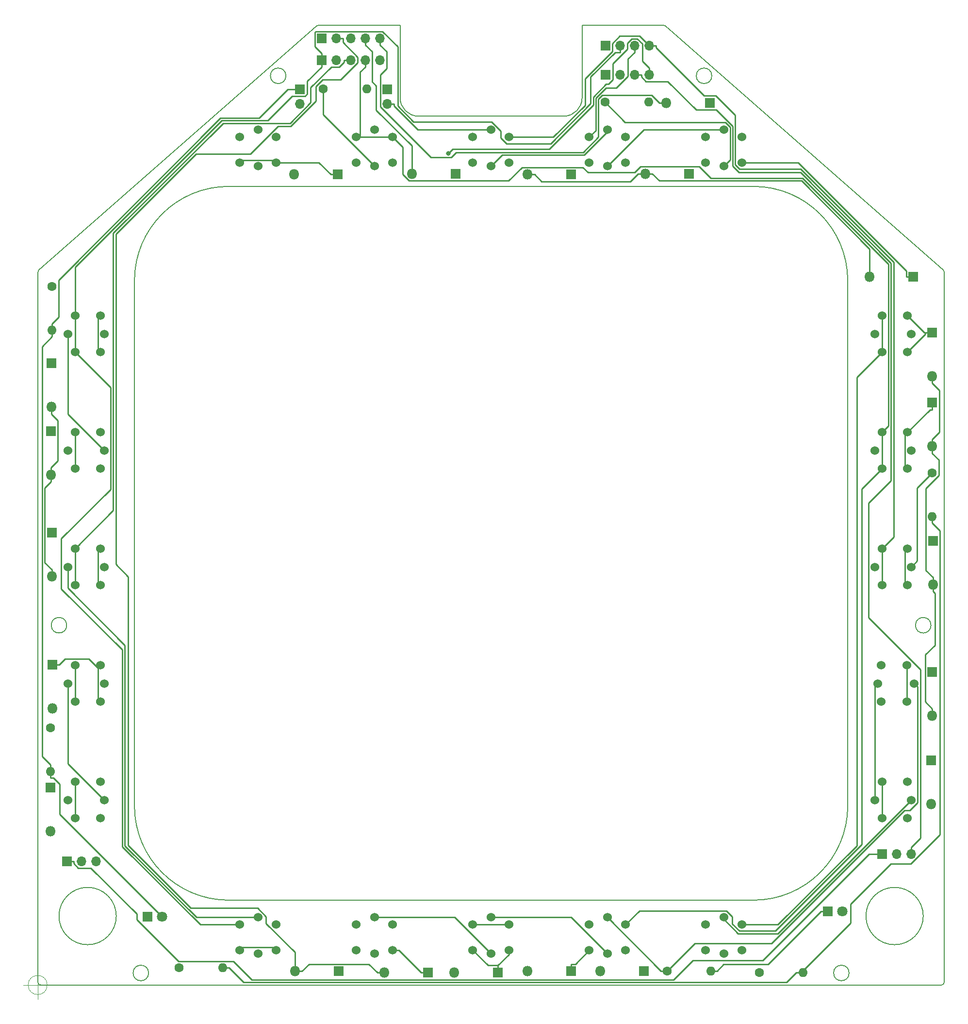
<source format=gbr>
G04 #@! TF.GenerationSoftware,KiCad,Pcbnew,(5.1.5-0-10_14)*
G04 #@! TF.CreationDate,2020-05-20T14:42:11+10:00*
G04 #@! TF.ProjectId,Buttons_DDI,42757474-6f6e-4735-9f44-44492e6b6963,rev?*
G04 #@! TF.SameCoordinates,Original*
G04 #@! TF.FileFunction,Copper,L1,Top*
G04 #@! TF.FilePolarity,Positive*
%FSLAX46Y46*%
G04 Gerber Fmt 4.6, Leading zero omitted, Abs format (unit mm)*
G04 Created by KiCad (PCBNEW (5.1.5-0-10_14)) date 2020-05-20 14:42:11*
%MOMM*%
%LPD*%
G04 APERTURE LIST*
%ADD10C,0.200000*%
%ADD11C,0.100000*%
%ADD12O,1.800000X1.800000*%
%ADD13R,1.800000X1.800000*%
%ADD14O,1.600000X1.600000*%
%ADD15C,1.600000*%
%ADD16C,1.800000*%
%ADD17O,1.700000X1.700000*%
%ADD18R,1.700000X1.700000*%
%ADD19C,1.524000*%
%ADD20C,0.800000*%
%ADD21C,0.250000*%
G04 APERTURE END LIST*
D10*
X30987380Y-164503100D02*
G75*
G03X30987380Y-164503100I-5000000J0D01*
G01*
X60587233Y-17986375D02*
G75*
G03X60587233Y-17986375I-1352550J0D01*
G01*
X83693000Y-25019000D02*
X109093000Y-25019000D01*
X112268000Y-21844000D02*
G75*
G02X109093000Y-25019000I-3175000J0D01*
G01*
X173148629Y-113792000D02*
G75*
G03X173148629Y-113792000I-1352550J0D01*
G01*
X50604140Y-161734500D02*
G75*
G02X34163000Y-145293360I0J16441140D01*
G01*
X158864300Y-174434500D02*
G75*
G03X158864300Y-174434500I-1352550J0D01*
G01*
X36626800Y-174434500D02*
G75*
G03X36626800Y-174434500I-1352550J0D01*
G01*
X158623000Y-145293360D02*
X158623000Y-53715640D01*
X142181860Y-37274500D02*
G75*
G02X158623000Y-53715640I0J-16441140D01*
G01*
X142181860Y-37274500D02*
X50604140Y-37274500D01*
X50604140Y-161734500D02*
X142181860Y-161734500D01*
X171798621Y-164503100D02*
G75*
G03X171798621Y-164503100I-5000000J0D01*
G01*
X126464426Y-9144000D02*
X112268000Y-9144000D01*
X126464426Y-9144000D02*
G75*
G02X126799582Y-9270248I0J-508000D01*
G01*
X17303750Y-52240798D02*
X17303750Y-176022000D01*
X17811750Y-176530000D02*
X174974250Y-176530000D01*
X175309406Y-51859046D02*
X126799582Y-9270248D01*
X175309406Y-51859046D02*
G75*
G02X175482250Y-52240798I-335156J-381752D01*
G01*
X158623000Y-145293360D02*
G75*
G02X142181860Y-161734500I-16441140J0D01*
G01*
X34163000Y-53715640D02*
X34163000Y-145293360D01*
X65986418Y-9270248D02*
G75*
G02X66321574Y-9144000I335156J-381752D01*
G01*
X134903867Y-17986375D02*
G75*
G03X134903867Y-17986375I-1352550J0D01*
G01*
X22342471Y-113792000D02*
G75*
G03X22342471Y-113792000I-1352550J0D01*
G01*
X175482250Y-176022000D02*
X175482250Y-52240798D01*
X175482250Y-176022000D02*
G75*
G02X174974250Y-176530000I-508000J0D01*
G01*
X17303750Y-52240798D02*
G75*
G02X17476594Y-51859046I508000J0D01*
G01*
X80518000Y-9144000D02*
X66321574Y-9144000D01*
X112268000Y-21844000D02*
X112268000Y-9144000D01*
X34163000Y-53715640D02*
G75*
G02X50604140Y-37274500I16441140J0D01*
G01*
X17811750Y-176530000D02*
G75*
G02X17303750Y-176022000I0J508000D01*
G01*
X65986418Y-9270248D02*
X17476594Y-51859046D01*
X80518000Y-9144000D02*
X80518000Y-21844000D01*
X83693000Y-25019000D02*
G75*
G02X80518000Y-21844000I0J3175000D01*
G01*
D11*
X18938666Y-176530000D02*
G75*
G03X18938666Y-176530000I-1666666J0D01*
G01*
X14772000Y-176530000D02*
X19772000Y-176530000D01*
X17272000Y-174030000D02*
X17272000Y-179030000D01*
D12*
X19562000Y-87570000D03*
D13*
X19562000Y-79950000D03*
D14*
X134722000Y-174080000D03*
D15*
X127102000Y-174080000D03*
D14*
X74672000Y-20230000D03*
D15*
X67052000Y-20230000D03*
D14*
X123862000Y-22540000D03*
D15*
X116242000Y-22540000D03*
D14*
X173382000Y-94820000D03*
D15*
X173382000Y-87200000D03*
D14*
X49572000Y-173550000D03*
D15*
X41952000Y-173550000D03*
D14*
X150792000Y-174320000D03*
D15*
X143172000Y-174320000D03*
D14*
X19482000Y-139280000D03*
D15*
X19482000Y-131660000D03*
D14*
X19782000Y-62330000D03*
D15*
X19782000Y-54710000D03*
D16*
X157722000Y-163690000D03*
D13*
X155182000Y-163690000D03*
D16*
X38962000Y-164630000D03*
D13*
X36422000Y-164630000D03*
D17*
X78232000Y-22860000D03*
D18*
X78232000Y-20320000D03*
D17*
X123952000Y-12700000D03*
X121412000Y-12700000D03*
X118872000Y-12700000D03*
D18*
X116332000Y-12700000D03*
D17*
X76962000Y-11430000D03*
X74422000Y-11430000D03*
X71882000Y-11430000D03*
X69342000Y-11430000D03*
D18*
X66802000Y-11430000D03*
D12*
X126962000Y-22680000D03*
D13*
X134582000Y-22680000D03*
D17*
X62992000Y-22860000D03*
D18*
X62992000Y-20320000D03*
D17*
X76962000Y-15240000D03*
X74422000Y-15240000D03*
X71882000Y-15240000D03*
X69342000Y-15240000D03*
D18*
X66802000Y-15240000D03*
D17*
X123952000Y-17780000D03*
X121412000Y-17780000D03*
X118872000Y-17780000D03*
D18*
X116332000Y-17780000D03*
D17*
X27432000Y-154940000D03*
X24892000Y-154940000D03*
D18*
X22352000Y-154940000D03*
D17*
X169672000Y-153670000D03*
X167132000Y-153670000D03*
D18*
X164592000Y-153670000D03*
D12*
X62012000Y-35180000D03*
D13*
X69632000Y-35180000D03*
D12*
X82542000Y-35040000D03*
D13*
X90162000Y-35040000D03*
D12*
X102772000Y-35180000D03*
D13*
X110392000Y-35180000D03*
D12*
X123292000Y-35040000D03*
D13*
X130912000Y-35040000D03*
D12*
X162442000Y-52990000D03*
D13*
X170062000Y-52990000D03*
D12*
X173382000Y-70360000D03*
D13*
X173382000Y-62740000D03*
D12*
X173382000Y-82590000D03*
D13*
X173382000Y-74970000D03*
D12*
X173482000Y-106680000D03*
D13*
X173482000Y-99060000D03*
D12*
X173382000Y-129590000D03*
D13*
X173382000Y-121970000D03*
D12*
X173142000Y-144940000D03*
D13*
X173142000Y-137320000D03*
D12*
X62172000Y-174110000D03*
D13*
X69792000Y-174110000D03*
D12*
X115402000Y-174080000D03*
D13*
X123022000Y-174080000D03*
D12*
X102692000Y-174110000D03*
D13*
X110312000Y-174110000D03*
D12*
X89982000Y-174350000D03*
D13*
X97602000Y-174350000D03*
D12*
X77762000Y-174350000D03*
D13*
X85382000Y-174350000D03*
D12*
X19672000Y-75740000D03*
D13*
X19672000Y-68120000D03*
D12*
X19482000Y-149750000D03*
D13*
X19482000Y-142130000D03*
D12*
X19812000Y-128270000D03*
D13*
X19812000Y-120650000D03*
D12*
X19752000Y-105310000D03*
D13*
X19752000Y-97690000D03*
D19*
X76042000Y-27411000D03*
X76042000Y-33761000D03*
X72867000Y-28681000D03*
X79217000Y-28681000D03*
X72867000Y-33126000D03*
X79217000Y-33126000D03*
X96362000Y-27411000D03*
X96362000Y-33761000D03*
X93187000Y-28681000D03*
X99537000Y-28681000D03*
X93187000Y-33126000D03*
X99537000Y-33126000D03*
X116682000Y-27411000D03*
X116682000Y-33761000D03*
X113507000Y-28681000D03*
X119857000Y-28681000D03*
X113507000Y-33126000D03*
X119857000Y-33126000D03*
X137002000Y-27411000D03*
X137002000Y-33761000D03*
X133827000Y-28681000D03*
X140177000Y-28681000D03*
X133827000Y-33126000D03*
X140177000Y-33126000D03*
X163333000Y-62990000D03*
X169683000Y-62990000D03*
X164603000Y-66165000D03*
X164603000Y-59815000D03*
X169048000Y-66165000D03*
X169048000Y-59815000D03*
X163333000Y-83310000D03*
X169683000Y-83310000D03*
X164603000Y-86485000D03*
X164603000Y-80135000D03*
X169048000Y-86485000D03*
X169048000Y-80135000D03*
X163333000Y-103630000D03*
X169683000Y-103630000D03*
X164603000Y-106805000D03*
X164603000Y-100455000D03*
X169048000Y-106805000D03*
X169048000Y-100455000D03*
X170191000Y-123950000D03*
X163841000Y-123950000D03*
X168921000Y-120775000D03*
X168921000Y-127125000D03*
X164476000Y-120775000D03*
X164476000Y-127125000D03*
X163333000Y-144270000D03*
X169683000Y-144270000D03*
X164603000Y-147445000D03*
X164603000Y-141095000D03*
X169048000Y-147445000D03*
X169048000Y-141095000D03*
X137002000Y-164741000D03*
X137002000Y-171091000D03*
X133827000Y-166011000D03*
X140177000Y-166011000D03*
X133827000Y-170456000D03*
X140177000Y-170456000D03*
X116682000Y-164741000D03*
X116682000Y-171091000D03*
X113507000Y-166011000D03*
X119857000Y-166011000D03*
X113507000Y-170456000D03*
X119857000Y-170456000D03*
X96362000Y-164741000D03*
X96362000Y-171091000D03*
X93187000Y-166011000D03*
X99537000Y-166011000D03*
X93187000Y-170456000D03*
X99537000Y-170456000D03*
X76042000Y-164741000D03*
X76042000Y-171091000D03*
X72867000Y-166011000D03*
X79217000Y-166011000D03*
X72867000Y-170456000D03*
X79217000Y-170456000D03*
X55722000Y-164741000D03*
X55722000Y-171091000D03*
X52547000Y-166011000D03*
X58897000Y-166011000D03*
X52547000Y-170456000D03*
X58897000Y-170456000D03*
X22523000Y-144270000D03*
X28873000Y-144270000D03*
X23793000Y-147445000D03*
X23793000Y-141095000D03*
X28238000Y-147445000D03*
X28238000Y-141095000D03*
X22523000Y-123950000D03*
X28873000Y-123950000D03*
X23793000Y-127125000D03*
X23793000Y-120775000D03*
X28238000Y-127125000D03*
X28238000Y-120775000D03*
X22523000Y-103630000D03*
X28873000Y-103630000D03*
X23793000Y-106805000D03*
X23793000Y-100455000D03*
X28238000Y-106805000D03*
X28238000Y-100455000D03*
X22523000Y-83310000D03*
X28873000Y-83310000D03*
X23793000Y-86485000D03*
X23793000Y-80135000D03*
X28238000Y-86485000D03*
X28238000Y-80135000D03*
X22523000Y-62990000D03*
X28873000Y-62990000D03*
X23793000Y-66165000D03*
X23793000Y-59815000D03*
X28238000Y-66165000D03*
X28238000Y-59815000D03*
X55722000Y-27411000D03*
X55722000Y-33761000D03*
X52547000Y-28681000D03*
X58897000Y-28681000D03*
X52547000Y-33126000D03*
X58897000Y-33126000D03*
D20*
X88898100Y-31490300D03*
D21*
X79407300Y-22860000D02*
X79407300Y-23216900D01*
X79407300Y-23216900D02*
X83601400Y-27411000D01*
X83601400Y-27411000D02*
X96362000Y-27411000D01*
X22523000Y-103630000D02*
X22523000Y-107319900D01*
X22523000Y-107319900D02*
X32488300Y-117285200D01*
X32488300Y-117285200D02*
X32488300Y-152224400D01*
X32488300Y-152224400D02*
X45004900Y-164741000D01*
X45004900Y-164741000D02*
X55722000Y-164741000D01*
X127102000Y-174080000D02*
X131921600Y-169260400D01*
X131921600Y-169260400D02*
X145329500Y-169260400D01*
X145329500Y-169260400D02*
X168480000Y-146109900D01*
X168480000Y-146109900D02*
X169410600Y-146109900D01*
X169410600Y-146109900D02*
X170770400Y-144750100D01*
X170770400Y-144750100D02*
X170770400Y-124529400D01*
X170770400Y-124529400D02*
X170191000Y-123950000D01*
X116682000Y-164741000D02*
X126021000Y-174080000D01*
X126021000Y-174080000D02*
X127102000Y-174080000D01*
X78232000Y-22860000D02*
X79407300Y-22860000D01*
X28873000Y-83310000D02*
X22523000Y-76960000D01*
X22523000Y-76960000D02*
X22523000Y-62990000D01*
X22523000Y-123950000D02*
X22523000Y-137920000D01*
X22523000Y-137920000D02*
X28873000Y-144270000D01*
X76042000Y-164741000D02*
X90012000Y-164741000D01*
X90012000Y-164741000D02*
X96362000Y-171091000D01*
X96362000Y-164741000D02*
X110332000Y-164741000D01*
X110332000Y-164741000D02*
X116682000Y-171091000D01*
X163333000Y-144270000D02*
X163333000Y-124458000D01*
X163333000Y-124458000D02*
X163841000Y-123950000D01*
X116682000Y-33761000D02*
X123032000Y-27411000D01*
X123032000Y-27411000D02*
X137002000Y-27411000D01*
X96362000Y-33761000D02*
X98333700Y-31789300D01*
X98333700Y-31789300D02*
X112622100Y-31789300D01*
X112622100Y-31789300D02*
X116682000Y-27729400D01*
X116682000Y-27729400D02*
X116682000Y-27411000D01*
X169683000Y-103630000D02*
X170738000Y-102575000D01*
X170738000Y-102575000D02*
X170738000Y-89844000D01*
X170738000Y-89844000D02*
X173382000Y-87200000D01*
X137002000Y-33761000D02*
X138099600Y-32663400D01*
X138099600Y-32663400D02*
X138099600Y-26943300D01*
X138099600Y-26943300D02*
X137243600Y-26087300D01*
X137243600Y-26087300D02*
X119789300Y-26087300D01*
X119789300Y-26087300D02*
X116242000Y-22540000D01*
X76042000Y-33761000D02*
X67052000Y-24771000D01*
X67052000Y-24771000D02*
X67052000Y-20230000D01*
X28238000Y-100455000D02*
X27781300Y-100911700D01*
X27781300Y-100911700D02*
X27781300Y-106348300D01*
X27781300Y-106348300D02*
X28238000Y-106805000D01*
X27781300Y-121231700D02*
X27781300Y-126668300D01*
X27781300Y-126668300D02*
X28238000Y-127125000D01*
X28238000Y-120775000D02*
X27781300Y-121231700D01*
X27781300Y-121231700D02*
X26233500Y-119683900D01*
X26233500Y-119683900D02*
X22003400Y-119683900D01*
X22003400Y-119683900D02*
X21037300Y-120650000D01*
X19812000Y-120650000D02*
X21037300Y-120650000D01*
X28238000Y-59815000D02*
X27781300Y-60271700D01*
X27781300Y-60271700D02*
X27781300Y-65708300D01*
X27781300Y-65708300D02*
X28238000Y-66165000D01*
X85382000Y-174350000D02*
X84156700Y-174350000D01*
X79217000Y-170456000D02*
X80262700Y-170456000D01*
X80262700Y-170456000D02*
X84156700Y-174350000D01*
X93187000Y-170456000D02*
X95855700Y-173124700D01*
X95855700Y-173124700D02*
X97602000Y-173124700D01*
X97602000Y-174350000D02*
X97602000Y-173124700D01*
X99537000Y-170456000D02*
X99537000Y-171189700D01*
X99537000Y-171189700D02*
X97602000Y-173124700D01*
X110312000Y-174110000D02*
X110312000Y-172884700D01*
X113507000Y-170456000D02*
X111078300Y-172884700D01*
X111078300Y-172884700D02*
X110312000Y-172884700D01*
X58897000Y-170456000D02*
X58432400Y-169991400D01*
X58432400Y-169991400D02*
X53011600Y-169991400D01*
X53011600Y-169991400D02*
X52547000Y-170456000D01*
X169048000Y-100455000D02*
X168591300Y-100911700D01*
X168591300Y-100911700D02*
X168591300Y-106348300D01*
X168591300Y-106348300D02*
X169048000Y-106805000D01*
X173382000Y-74970000D02*
X173382000Y-76195300D01*
X169048000Y-80135000D02*
X172987700Y-76195300D01*
X172987700Y-76195300D02*
X173382000Y-76195300D01*
X169048000Y-86485000D02*
X168595600Y-86032600D01*
X168595600Y-86032600D02*
X168595600Y-80587400D01*
X168595600Y-80587400D02*
X169048000Y-80135000D01*
X169048000Y-59815000D02*
X171973000Y-62740000D01*
X171973000Y-62740000D02*
X172156700Y-62740000D01*
X173382000Y-62740000D02*
X172156700Y-62740000D01*
X172156700Y-62740000D02*
X172156700Y-63056300D01*
X172156700Y-63056300D02*
X169048000Y-66165000D01*
X168836700Y-52990000D02*
X168836700Y-52013100D01*
X168836700Y-52013100D02*
X149949600Y-33126000D01*
X149949600Y-33126000D02*
X140177000Y-33126000D01*
X170062000Y-52990000D02*
X168836700Y-52990000D01*
X58897000Y-33126000D02*
X66352700Y-33126000D01*
X66352700Y-33126000D02*
X68406700Y-35180000D01*
X52547000Y-33126000D02*
X52999400Y-32673600D01*
X52999400Y-32673600D02*
X58444600Y-32673600D01*
X58444600Y-32673600D02*
X58897000Y-33126000D01*
X69632000Y-35180000D02*
X68406700Y-35180000D01*
X169672000Y-152494700D02*
X171281700Y-150885000D01*
X171281700Y-150885000D02*
X171281700Y-121524500D01*
X171281700Y-121524500D02*
X162230700Y-112473500D01*
X162230700Y-112473500D02*
X162230700Y-92524200D01*
X162230700Y-92524200D02*
X166188500Y-88566400D01*
X166188500Y-88566400D02*
X166188500Y-50638700D01*
X166188500Y-50638700D02*
X150364700Y-34814900D01*
X150364700Y-34814900D02*
X139638300Y-34814900D01*
X139638300Y-34814900D02*
X138550000Y-33726600D01*
X138550000Y-33726600D02*
X138550000Y-26749400D01*
X138550000Y-26749400D02*
X135705900Y-23905300D01*
X135705900Y-23905300D02*
X132168600Y-23905300D01*
X132168600Y-23905300D02*
X127218600Y-18955300D01*
X127218600Y-18955300D02*
X123395200Y-18955300D01*
X123395200Y-18955300D02*
X122587300Y-18147400D01*
X122587300Y-18147400D02*
X122587300Y-17780000D01*
X121412000Y-17780000D02*
X122587300Y-17780000D01*
X169672000Y-153670000D02*
X169672000Y-152494700D01*
X164592000Y-153670000D02*
X162303900Y-153670000D01*
X162303900Y-153670000D02*
X143769200Y-172204700D01*
X143769200Y-172204700D02*
X131628700Y-172204700D01*
X131628700Y-172204700D02*
X128217200Y-175616200D01*
X128217200Y-175616200D02*
X54606300Y-175616200D01*
X54606300Y-175616200D02*
X51414700Y-172424600D01*
X51414700Y-172424600D02*
X41887000Y-172424600D01*
X41887000Y-172424600D02*
X34572700Y-165110300D01*
X34572700Y-165110300D02*
X34572700Y-164145200D01*
X34572700Y-164145200D02*
X26542800Y-156115300D01*
X26542800Y-156115300D02*
X24335200Y-156115300D01*
X24335200Y-156115300D02*
X23527300Y-155307400D01*
X23527300Y-155307400D02*
X23527300Y-154940000D01*
X22352000Y-154940000D02*
X23527300Y-154940000D01*
X88898100Y-31490300D02*
X89663000Y-30725400D01*
X89663000Y-30725400D02*
X106518900Y-30725400D01*
X106518900Y-30725400D02*
X114209600Y-23034700D01*
X114209600Y-23034700D02*
X114209600Y-21703900D01*
X114209600Y-21703900D02*
X116469900Y-19443600D01*
X116469900Y-19443600D02*
X116833900Y-19443600D01*
X116833900Y-19443600D02*
X117602000Y-18675500D01*
X117602000Y-18675500D02*
X117602000Y-15870200D01*
X117602000Y-15870200D02*
X120142000Y-13330200D01*
X120142000Y-13330200D02*
X120142000Y-12295500D01*
X120142000Y-12295500D02*
X120929300Y-11508200D01*
X120929300Y-11508200D02*
X121886600Y-11508200D01*
X121886600Y-11508200D02*
X122776700Y-12398300D01*
X122776700Y-12398300D02*
X122776700Y-15429400D01*
X122776700Y-15429400D02*
X123952000Y-16604700D01*
X123952000Y-17780000D02*
X123952000Y-16604700D01*
X137002000Y-164741000D02*
X137002000Y-165058100D01*
X137002000Y-165058100D02*
X139504200Y-167560300D01*
X139504200Y-167560300D02*
X146392700Y-167560300D01*
X146392700Y-167560300D02*
X169683000Y-144270000D01*
X19562000Y-87570000D02*
X19562000Y-86344700D01*
X19672000Y-75740000D02*
X19672000Y-76965300D01*
X19672000Y-76965300D02*
X20787300Y-78080600D01*
X20787300Y-78080600D02*
X20787300Y-85119400D01*
X20787300Y-85119400D02*
X19562000Y-86344700D01*
X19752000Y-104697300D02*
X19752000Y-105310000D01*
X19752000Y-104697300D02*
X19752000Y-104084700D01*
X19562000Y-87570000D02*
X19562000Y-88795300D01*
X19562000Y-88795300D02*
X18526700Y-89830600D01*
X18526700Y-89830600D02*
X18526700Y-102859400D01*
X18526700Y-102859400D02*
X19752000Y-104084700D01*
X74422000Y-11430000D02*
X74422000Y-12605300D01*
X74422000Y-12605300D02*
X75597300Y-13780600D01*
X75597300Y-13780600D02*
X75597300Y-19019800D01*
X75597300Y-19019800D02*
X76335700Y-19758200D01*
X76335700Y-19758200D02*
X76335700Y-23962200D01*
X76335700Y-23962200D02*
X82542000Y-30168500D01*
X82542000Y-30168500D02*
X82542000Y-35040000D01*
X124517300Y-35040000D02*
X125742600Y-36265300D01*
X125742600Y-36265300D02*
X150541300Y-36265300D01*
X150541300Y-36265300D02*
X162442000Y-48166000D01*
X162442000Y-48166000D02*
X162442000Y-52990000D01*
X123292000Y-35040000D02*
X122066700Y-35040000D01*
X102772000Y-35180000D02*
X103997300Y-35180000D01*
X103997300Y-35180000D02*
X105222700Y-36405400D01*
X105222700Y-36405400D02*
X120701300Y-36405400D01*
X120701300Y-36405400D02*
X122066700Y-35040000D01*
X123292000Y-35040000D02*
X124517300Y-35040000D01*
X173382000Y-82590000D02*
X173382000Y-83815300D01*
X173482000Y-106680000D02*
X173482000Y-105454700D01*
X173482000Y-105454700D02*
X172255000Y-104227700D01*
X172255000Y-104227700D02*
X172255000Y-89944000D01*
X172255000Y-89944000D02*
X174535000Y-87664000D01*
X174535000Y-87664000D02*
X174535000Y-84968300D01*
X174535000Y-84968300D02*
X173382000Y-83815300D01*
X173482000Y-107292600D02*
X173482000Y-106680000D01*
X173482000Y-107292600D02*
X173482000Y-107905300D01*
X173382000Y-82590000D02*
X173382000Y-81364700D01*
X173382000Y-70360000D02*
X173382000Y-71585300D01*
X173382000Y-71585300D02*
X174607300Y-72810600D01*
X174607300Y-72810600D02*
X174607300Y-80139400D01*
X174607300Y-80139400D02*
X173382000Y-81364700D01*
X173382000Y-129590000D02*
X173382000Y-128364700D01*
X173482000Y-107905300D02*
X173811700Y-108235000D01*
X173811700Y-108235000D02*
X173811700Y-117283800D01*
X173811700Y-117283800D02*
X172156700Y-118938800D01*
X172156700Y-118938800D02*
X172156700Y-127139400D01*
X172156700Y-127139400D02*
X173382000Y-128364700D01*
X69342000Y-11430000D02*
X70517300Y-11430000D01*
X70517300Y-11430000D02*
X70517300Y-12152600D01*
X70517300Y-12152600D02*
X73098200Y-14733500D01*
X73098200Y-14733500D02*
X73098200Y-15699400D01*
X73098200Y-15699400D02*
X70117100Y-18680500D01*
X70117100Y-18680500D02*
X66965000Y-18680500D01*
X66965000Y-18680500D02*
X65843000Y-19802500D01*
X65843000Y-19802500D02*
X65843000Y-22370600D01*
X65843000Y-22370600D02*
X61439400Y-26774200D01*
X61439400Y-26774200D02*
X59242900Y-26774200D01*
X59242900Y-26774200D02*
X54396100Y-31621000D01*
X54396100Y-31621000D02*
X44880800Y-31621000D01*
X44880800Y-31621000D02*
X30906000Y-45595800D01*
X30906000Y-45595800D02*
X30906000Y-103191200D01*
X30906000Y-103191200D02*
X33038400Y-105323600D01*
X33038400Y-105323600D02*
X33038400Y-152137600D01*
X33038400Y-152137600D02*
X44011000Y-163110200D01*
X44011000Y-163110200D02*
X55629100Y-163110200D01*
X55629100Y-163110200D02*
X57128000Y-164609100D01*
X57128000Y-164609100D02*
X57128000Y-165789300D01*
X57128000Y-165789300D02*
X62172000Y-170833300D01*
X62172000Y-170833300D02*
X62172000Y-174110000D01*
X62172000Y-174110000D02*
X63397300Y-174110000D01*
X77762000Y-174350000D02*
X76536700Y-174350000D01*
X76536700Y-174350000D02*
X75071400Y-172884700D01*
X75071400Y-172884700D02*
X64622600Y-172884700D01*
X64622600Y-172884700D02*
X63397300Y-174110000D01*
X164603000Y-66165000D02*
X160205800Y-70562200D01*
X160205800Y-70562200D02*
X160205800Y-152234400D01*
X160205800Y-152234400D02*
X146429200Y-166011000D01*
X146429200Y-166011000D02*
X140177000Y-166011000D01*
X164603000Y-59815000D02*
X164603000Y-66165000D01*
X23793000Y-141095000D02*
X23793000Y-147445000D01*
X79217000Y-28681000D02*
X80945600Y-30409600D01*
X80945600Y-30409600D02*
X80945600Y-35176600D01*
X80945600Y-35176600D02*
X82064800Y-36295800D01*
X82064800Y-36295800D02*
X99464200Y-36295800D01*
X99464200Y-36295800D02*
X101805900Y-33954100D01*
X101805900Y-33954100D02*
X112419100Y-33954100D01*
X112419100Y-33954100D02*
X113313400Y-34848400D01*
X113313400Y-34848400D02*
X121431600Y-34848400D01*
X121431600Y-34848400D02*
X122493900Y-33786100D01*
X122493900Y-33786100D02*
X132711100Y-33786100D01*
X132711100Y-33786100D02*
X134739900Y-35814900D01*
X134739900Y-35814900D02*
X150727800Y-35814900D01*
X150727800Y-35814900D02*
X165738100Y-50825200D01*
X165738100Y-50825200D02*
X165738100Y-78999900D01*
X165738100Y-78999900D02*
X164603000Y-80135000D01*
X164603000Y-86485000D02*
X164603000Y-80135000D01*
X73546300Y-28681000D02*
X72867000Y-28681000D01*
X79217000Y-28681000D02*
X73546300Y-28681000D01*
X73546300Y-28681000D02*
X73546300Y-17291000D01*
X73546300Y-17291000D02*
X74422000Y-16415300D01*
X74422000Y-15240000D02*
X74422000Y-16415300D01*
X119857000Y-166011000D02*
X122257700Y-163610300D01*
X122257700Y-163610300D02*
X137458200Y-163610300D01*
X137458200Y-163610300D02*
X138464100Y-164616200D01*
X138464100Y-164616200D02*
X138464100Y-165883300D01*
X138464100Y-165883300D02*
X139690700Y-167109900D01*
X139690700Y-167109900D02*
X145972400Y-167109900D01*
X145972400Y-167109900D02*
X161053200Y-152029100D01*
X161053200Y-152029100D02*
X161053200Y-90034800D01*
X161053200Y-90034800D02*
X164603000Y-86485000D01*
X23793000Y-120775000D02*
X23793000Y-127125000D01*
X23793000Y-100455000D02*
X30453500Y-93794500D01*
X30453500Y-93794500D02*
X30453500Y-45411400D01*
X30453500Y-45411400D02*
X49620200Y-26244700D01*
X49620200Y-26244700D02*
X61332000Y-26244700D01*
X61332000Y-26244700D02*
X64924000Y-22652700D01*
X64924000Y-22652700D02*
X64924000Y-20034400D01*
X64924000Y-20034400D02*
X68543100Y-16415300D01*
X68543100Y-16415300D02*
X69898800Y-16415300D01*
X69898800Y-16415300D02*
X70706700Y-15607400D01*
X70706700Y-15607400D02*
X70706700Y-15240000D01*
X23793000Y-100455000D02*
X23793000Y-106805000D01*
X71882000Y-15240000D02*
X70706700Y-15240000D01*
X99537000Y-28681000D02*
X107257500Y-28681000D01*
X107257500Y-28681000D02*
X112796900Y-23141600D01*
X112796900Y-23141600D02*
X112796900Y-18459500D01*
X112796900Y-18459500D02*
X117507400Y-13749000D01*
X117507400Y-13749000D02*
X117507400Y-12358700D01*
X117507400Y-12358700D02*
X118814200Y-11051900D01*
X118814200Y-11051900D02*
X122303900Y-11051900D01*
X122303900Y-11051900D02*
X123952000Y-12700000D01*
X164603000Y-100455000D02*
X166638800Y-98419200D01*
X166638800Y-98419200D02*
X166638800Y-50452100D01*
X166638800Y-50452100D02*
X150400100Y-34213400D01*
X150400100Y-34213400D02*
X139717400Y-34213400D01*
X139717400Y-34213400D02*
X139000400Y-33496400D01*
X139000400Y-33496400D02*
X139000400Y-24834300D01*
X139000400Y-24834300D02*
X135620700Y-21454600D01*
X135620700Y-21454600D02*
X133514600Y-21454600D01*
X133514600Y-21454600D02*
X125127300Y-13067300D01*
X125127300Y-13067300D02*
X125127300Y-12700000D01*
X123952000Y-12700000D02*
X125127300Y-12700000D01*
X164603000Y-106805000D02*
X164603000Y-100455000D01*
X99537000Y-166011000D02*
X93187000Y-166011000D01*
X121412000Y-13875300D02*
X120236700Y-15050600D01*
X120236700Y-15050600D02*
X120236700Y-18081700D01*
X120236700Y-18081700D02*
X118199300Y-20119100D01*
X118199300Y-20119100D02*
X116431300Y-20119100D01*
X116431300Y-20119100D02*
X114660000Y-21890400D01*
X114660000Y-21890400D02*
X114660000Y-27528000D01*
X114660000Y-27528000D02*
X113507000Y-28681000D01*
X121412000Y-12700000D02*
X121412000Y-13875300D01*
X23793000Y-80135000D02*
X23793000Y-86485000D01*
X168921000Y-127125000D02*
X168921000Y-120775000D01*
X66802000Y-16415300D02*
X64323500Y-18893800D01*
X64323500Y-18893800D02*
X64323500Y-21151500D01*
X64323500Y-21151500D02*
X63979600Y-21495400D01*
X63979600Y-21495400D02*
X61693600Y-21495400D01*
X61693600Y-21495400D02*
X57394700Y-25794300D01*
X57394700Y-25794300D02*
X49352100Y-25794300D01*
X49352100Y-25794300D02*
X23793000Y-51353400D01*
X23793000Y-51353400D02*
X23793000Y-59815000D01*
X23793000Y-66165000D02*
X30003200Y-72375200D01*
X30003200Y-72375200D02*
X30003200Y-90084300D01*
X30003200Y-90084300D02*
X21408500Y-98679000D01*
X21408500Y-98679000D02*
X21408500Y-107448900D01*
X21408500Y-107448900D02*
X32038000Y-118078400D01*
X32038000Y-118078400D02*
X32038000Y-152411000D01*
X32038000Y-152411000D02*
X45638000Y-166011000D01*
X45638000Y-166011000D02*
X52547000Y-166011000D01*
X66802000Y-14064700D02*
X65626700Y-12889400D01*
X65626700Y-12889400D02*
X65626700Y-10388700D01*
X65626700Y-10388700D02*
X65782300Y-10233100D01*
X65782300Y-10233100D02*
X77444200Y-10233100D01*
X77444200Y-10233100D02*
X80088600Y-12877500D01*
X80088600Y-12877500D02*
X80088600Y-23222900D01*
X80088600Y-23222900D02*
X82845700Y-25980000D01*
X82845700Y-25980000D02*
X96470700Y-25980000D01*
X96470700Y-25980000D02*
X98082500Y-27591800D01*
X98082500Y-27591800D02*
X98082500Y-28799200D01*
X98082500Y-28799200D02*
X99076600Y-29793300D01*
X99076600Y-29793300D02*
X106782100Y-29793300D01*
X106782100Y-29793300D02*
X113759300Y-22816100D01*
X113759300Y-22816100D02*
X113759300Y-18134000D01*
X113759300Y-18134000D02*
X118018000Y-13875300D01*
X118018000Y-13875300D02*
X118872000Y-13875300D01*
X66802000Y-15240000D02*
X66802000Y-14064700D01*
X118872000Y-12700000D02*
X118872000Y-13875300D01*
X23793000Y-66165000D02*
X23793000Y-59815000D01*
X66802000Y-15240000D02*
X66802000Y-16415300D01*
X164603000Y-147445000D02*
X164603000Y-141095000D01*
X62992000Y-20320000D02*
X60920300Y-20320000D01*
X60920300Y-20320000D02*
X55896300Y-25344000D01*
X55896300Y-25344000D02*
X49162500Y-25344000D01*
X49162500Y-25344000D02*
X20907300Y-53599200D01*
X20907300Y-53599200D02*
X20907300Y-60079400D01*
X20907300Y-60079400D02*
X19782000Y-61204700D01*
X19782000Y-62330000D02*
X19782000Y-61204700D01*
X50697300Y-173550000D02*
X53213900Y-176066600D01*
X53213900Y-176066600D02*
X147920100Y-176066600D01*
X147920100Y-176066600D02*
X149666700Y-174320000D01*
X173382000Y-94820000D02*
X173382000Y-95945300D01*
X150510700Y-174320000D02*
X159147200Y-165683500D01*
X159147200Y-165683500D02*
X159147200Y-162429700D01*
X159147200Y-162429700D02*
X166154100Y-155422800D01*
X166154100Y-155422800D02*
X169609900Y-155422800D01*
X169609900Y-155422800D02*
X174707400Y-150325300D01*
X174707400Y-150325300D02*
X174707400Y-97270700D01*
X174707400Y-97270700D02*
X173382000Y-95945300D01*
X150510700Y-174320000D02*
X149666700Y-174320000D01*
X150792000Y-174320000D02*
X150510700Y-174320000D01*
X49572000Y-173550000D02*
X50697300Y-173550000D01*
X38962000Y-164630000D02*
X21106600Y-146774600D01*
X21106600Y-146774600D02*
X21106600Y-141467300D01*
X21106600Y-141467300D02*
X20044600Y-140405300D01*
X20044600Y-140405300D02*
X19482000Y-140405300D01*
X19482000Y-139280000D02*
X19482000Y-140405300D01*
X19482000Y-139280000D02*
X19482000Y-138154700D01*
X19782000Y-62330000D02*
X19782000Y-63455300D01*
X19782000Y-63455300D02*
X18044000Y-65193300D01*
X18044000Y-65193300D02*
X18044000Y-136716700D01*
X18044000Y-136716700D02*
X19482000Y-138154700D01*
X126962000Y-22680000D02*
X125736700Y-22680000D01*
X76962000Y-11430000D02*
X76962000Y-12605300D01*
X76962000Y-12605300D02*
X78137600Y-13780900D01*
X78137600Y-13780900D02*
X78137600Y-16699000D01*
X78137600Y-16699000D02*
X77044500Y-17792100D01*
X77044500Y-17792100D02*
X77044500Y-23373700D01*
X77044500Y-23373700D02*
X85889600Y-32218800D01*
X85889600Y-32218800D02*
X89443300Y-32218800D01*
X89443300Y-32218800D02*
X90323200Y-31338900D01*
X90323200Y-31338900D02*
X112435600Y-31338900D01*
X112435600Y-31338900D02*
X115110400Y-28664100D01*
X115110400Y-28664100D02*
X115110400Y-22076900D01*
X115110400Y-22076900D02*
X115812000Y-21375300D01*
X115812000Y-21375300D02*
X124432000Y-21375300D01*
X124432000Y-21375300D02*
X125736700Y-22680000D01*
X134722000Y-174080000D02*
X135847300Y-174080000D01*
X155182000Y-163690000D02*
X153956700Y-163690000D01*
X153956700Y-163690000D02*
X144692000Y-172954700D01*
X144692000Y-172954700D02*
X136972600Y-172954700D01*
X136972600Y-172954700D02*
X135847300Y-174080000D01*
M02*

</source>
